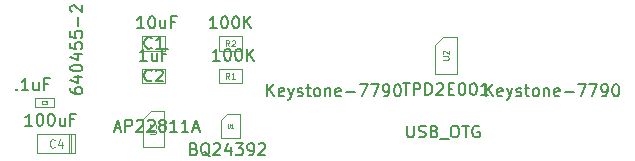
<source format=gbr>
G04 #@! TF.FileFunction,Other,Fab,Top*
%FSLAX46Y46*%
G04 Gerber Fmt 4.6, Leading zero omitted, Abs format (unit mm)*
G04 Created by KiCad (PCBNEW 4.0.6) date 04/12/18 14:55:29*
%MOMM*%
%LPD*%
G01*
G04 APERTURE LIST*
%ADD10C,0.100000*%
%ADD11C,0.150000*%
%ADD12C,0.075000*%
%ADD13C,0.105000*%
G04 APERTURE END LIST*
D10*
X124750000Y-104620000D02*
X124750000Y-103380000D01*
X126750000Y-104620000D02*
X124750000Y-104620000D01*
X126750000Y-103380000D02*
X126750000Y-104620000D01*
X124750000Y-103380000D02*
X126750000Y-103380000D01*
X126750000Y-106130000D02*
X126750000Y-107370000D01*
X124750000Y-106130000D02*
X126750000Y-106130000D01*
X124750000Y-107370000D02*
X124750000Y-106130000D01*
X126750000Y-107370000D02*
X124750000Y-107370000D01*
X115700000Y-108600000D02*
X117300000Y-108600000D01*
X117300000Y-108600000D02*
X117300000Y-109400000D01*
X117300000Y-109400000D02*
X115700000Y-109400000D01*
X115700000Y-109400000D02*
X115700000Y-108600000D01*
X119100000Y-113300000D02*
X119100000Y-111700000D01*
X119100000Y-111700000D02*
X115900000Y-111700000D01*
X115900000Y-111700000D02*
X115900000Y-113300000D01*
X115900000Y-113300000D02*
X119100000Y-113300000D01*
X118780000Y-113300000D02*
X118780000Y-111700000D01*
X118620000Y-113300000D02*
X118620000Y-111700000D01*
X133250000Y-106130000D02*
X133250000Y-107370000D01*
X131250000Y-106130000D02*
X133250000Y-106130000D01*
X131250000Y-107370000D02*
X131250000Y-106130000D01*
X133250000Y-107370000D02*
X131250000Y-107370000D01*
X133250000Y-103380000D02*
X133250000Y-104620000D01*
X131250000Y-103380000D02*
X133250000Y-103380000D01*
X131250000Y-104620000D02*
X131250000Y-103380000D01*
X133250000Y-104620000D02*
X131250000Y-104620000D01*
X131475000Y-110500000D02*
X132000000Y-110000000D01*
X131475000Y-110500000D02*
X131475000Y-112000000D01*
X133025000Y-110000000D02*
X133025000Y-112000000D01*
X133025000Y-112000000D02*
X131475000Y-112000000D01*
X132000000Y-110000000D02*
X133025000Y-110000000D01*
X149600000Y-104100000D02*
X150250000Y-103450000D01*
X151400000Y-103450000D02*
X150250000Y-103450000D01*
X149600000Y-104100000D02*
X149600000Y-106550000D01*
X151400000Y-106550000D02*
X149600000Y-106550000D01*
X151400000Y-103450000D02*
X151400000Y-106550000D01*
X124850000Y-110350000D02*
X125500000Y-109700000D01*
X126650000Y-109700000D02*
X125500000Y-109700000D01*
X124850000Y-110350000D02*
X124850000Y-112800000D01*
X126650000Y-112800000D02*
X124850000Y-112800000D01*
X126650000Y-109700000D02*
X126650000Y-112800000D01*
D11*
X147202381Y-110952381D02*
X147202381Y-111761905D01*
X147250000Y-111857143D01*
X147297619Y-111904762D01*
X147392857Y-111952381D01*
X147583334Y-111952381D01*
X147678572Y-111904762D01*
X147726191Y-111857143D01*
X147773810Y-111761905D01*
X147773810Y-110952381D01*
X148202381Y-111904762D02*
X148345238Y-111952381D01*
X148583334Y-111952381D01*
X148678572Y-111904762D01*
X148726191Y-111857143D01*
X148773810Y-111761905D01*
X148773810Y-111666667D01*
X148726191Y-111571429D01*
X148678572Y-111523810D01*
X148583334Y-111476190D01*
X148392857Y-111428571D01*
X148297619Y-111380952D01*
X148250000Y-111333333D01*
X148202381Y-111238095D01*
X148202381Y-111142857D01*
X148250000Y-111047619D01*
X148297619Y-111000000D01*
X148392857Y-110952381D01*
X148630953Y-110952381D01*
X148773810Y-111000000D01*
X149535715Y-111428571D02*
X149678572Y-111476190D01*
X149726191Y-111523810D01*
X149773810Y-111619048D01*
X149773810Y-111761905D01*
X149726191Y-111857143D01*
X149678572Y-111904762D01*
X149583334Y-111952381D01*
X149202381Y-111952381D01*
X149202381Y-110952381D01*
X149535715Y-110952381D01*
X149630953Y-111000000D01*
X149678572Y-111047619D01*
X149726191Y-111142857D01*
X149726191Y-111238095D01*
X149678572Y-111333333D01*
X149630953Y-111380952D01*
X149535715Y-111428571D01*
X149202381Y-111428571D01*
X149964286Y-112047619D02*
X150726191Y-112047619D01*
X151154762Y-110952381D02*
X151345239Y-110952381D01*
X151440477Y-111000000D01*
X151535715Y-111095238D01*
X151583334Y-111285714D01*
X151583334Y-111619048D01*
X151535715Y-111809524D01*
X151440477Y-111904762D01*
X151345239Y-111952381D01*
X151154762Y-111952381D01*
X151059524Y-111904762D01*
X150964286Y-111809524D01*
X150916667Y-111619048D01*
X150916667Y-111285714D01*
X150964286Y-111095238D01*
X151059524Y-111000000D01*
X151154762Y-110952381D01*
X151869048Y-110952381D02*
X152440477Y-110952381D01*
X152154762Y-111952381D02*
X152154762Y-110952381D01*
X153297620Y-111000000D02*
X153202382Y-110952381D01*
X153059525Y-110952381D01*
X152916667Y-111000000D01*
X152821429Y-111095238D01*
X152773810Y-111190476D01*
X152726191Y-111380952D01*
X152726191Y-111523810D01*
X152773810Y-111714286D01*
X152821429Y-111809524D01*
X152916667Y-111904762D01*
X153059525Y-111952381D01*
X153154763Y-111952381D01*
X153297620Y-111904762D01*
X153345239Y-111857143D01*
X153345239Y-111523810D01*
X153154763Y-111523810D01*
X124928572Y-102702381D02*
X124357143Y-102702381D01*
X124642857Y-102702381D02*
X124642857Y-101702381D01*
X124547619Y-101845238D01*
X124452381Y-101940476D01*
X124357143Y-101988095D01*
X125547619Y-101702381D02*
X125642858Y-101702381D01*
X125738096Y-101750000D01*
X125785715Y-101797619D01*
X125833334Y-101892857D01*
X125880953Y-102083333D01*
X125880953Y-102321429D01*
X125833334Y-102511905D01*
X125785715Y-102607143D01*
X125738096Y-102654762D01*
X125642858Y-102702381D01*
X125547619Y-102702381D01*
X125452381Y-102654762D01*
X125404762Y-102607143D01*
X125357143Y-102511905D01*
X125309524Y-102321429D01*
X125309524Y-102083333D01*
X125357143Y-101892857D01*
X125404762Y-101797619D01*
X125452381Y-101750000D01*
X125547619Y-101702381D01*
X126738096Y-102035714D02*
X126738096Y-102702381D01*
X126309524Y-102035714D02*
X126309524Y-102559524D01*
X126357143Y-102654762D01*
X126452381Y-102702381D01*
X126595239Y-102702381D01*
X126690477Y-102654762D01*
X126738096Y-102607143D01*
X127547620Y-102178571D02*
X127214286Y-102178571D01*
X127214286Y-102702381D02*
X127214286Y-101702381D01*
X127690477Y-101702381D01*
X125583334Y-104357143D02*
X125535715Y-104404762D01*
X125392858Y-104452381D01*
X125297620Y-104452381D01*
X125154762Y-104404762D01*
X125059524Y-104309524D01*
X125011905Y-104214286D01*
X124964286Y-104023810D01*
X124964286Y-103880952D01*
X125011905Y-103690476D01*
X125059524Y-103595238D01*
X125154762Y-103500000D01*
X125297620Y-103452381D01*
X125392858Y-103452381D01*
X125535715Y-103500000D01*
X125583334Y-103547619D01*
X126535715Y-104452381D02*
X125964286Y-104452381D01*
X126250000Y-104452381D02*
X126250000Y-103452381D01*
X126154762Y-103595238D01*
X126059524Y-103690476D01*
X125964286Y-103738095D01*
X125154762Y-105452381D02*
X124583333Y-105452381D01*
X124869047Y-105452381D02*
X124869047Y-104452381D01*
X124773809Y-104595238D01*
X124678571Y-104690476D01*
X124583333Y-104738095D01*
X126011905Y-104785714D02*
X126011905Y-105452381D01*
X125583333Y-104785714D02*
X125583333Y-105309524D01*
X125630952Y-105404762D01*
X125726190Y-105452381D01*
X125869048Y-105452381D01*
X125964286Y-105404762D01*
X126011905Y-105357143D01*
X126821429Y-104928571D02*
X126488095Y-104928571D01*
X126488095Y-105452381D02*
X126488095Y-104452381D01*
X126964286Y-104452381D01*
X125583334Y-107107143D02*
X125535715Y-107154762D01*
X125392858Y-107202381D01*
X125297620Y-107202381D01*
X125154762Y-107154762D01*
X125059524Y-107059524D01*
X125011905Y-106964286D01*
X124964286Y-106773810D01*
X124964286Y-106630952D01*
X125011905Y-106440476D01*
X125059524Y-106345238D01*
X125154762Y-106250000D01*
X125297620Y-106202381D01*
X125392858Y-106202381D01*
X125535715Y-106250000D01*
X125583334Y-106297619D01*
X125964286Y-106297619D02*
X126011905Y-106250000D01*
X126107143Y-106202381D01*
X126345239Y-106202381D01*
X126440477Y-106250000D01*
X126488096Y-106297619D01*
X126535715Y-106392857D01*
X126535715Y-106488095D01*
X126488096Y-106630952D01*
X125916667Y-107202381D01*
X126535715Y-107202381D01*
X114142857Y-107857143D02*
X114190476Y-107904762D01*
X114142857Y-107952381D01*
X114095238Y-107904762D01*
X114142857Y-107857143D01*
X114142857Y-107952381D01*
X115142857Y-107952381D02*
X114571428Y-107952381D01*
X114857142Y-107952381D02*
X114857142Y-106952381D01*
X114761904Y-107095238D01*
X114666666Y-107190476D01*
X114571428Y-107238095D01*
X116000000Y-107285714D02*
X116000000Y-107952381D01*
X115571428Y-107285714D02*
X115571428Y-107809524D01*
X115619047Y-107904762D01*
X115714285Y-107952381D01*
X115857143Y-107952381D01*
X115952381Y-107904762D01*
X116000000Y-107857143D01*
X116809524Y-107428571D02*
X116476190Y-107428571D01*
X116476190Y-107952381D02*
X116476190Y-106952381D01*
X116952381Y-106952381D01*
D12*
X116450000Y-109107143D02*
X116435714Y-109121429D01*
X116392857Y-109135714D01*
X116364286Y-109135714D01*
X116321429Y-109121429D01*
X116292857Y-109092857D01*
X116278572Y-109064286D01*
X116264286Y-109007143D01*
X116264286Y-108964286D01*
X116278572Y-108907143D01*
X116292857Y-108878571D01*
X116321429Y-108850000D01*
X116364286Y-108835714D01*
X116392857Y-108835714D01*
X116435714Y-108850000D01*
X116450000Y-108864286D01*
X116550000Y-108835714D02*
X116735714Y-108835714D01*
X116635714Y-108950000D01*
X116678572Y-108950000D01*
X116707143Y-108964286D01*
X116721429Y-108978571D01*
X116735714Y-109007143D01*
X116735714Y-109078571D01*
X116721429Y-109107143D01*
X116707143Y-109121429D01*
X116678572Y-109135714D01*
X116592857Y-109135714D01*
X116564286Y-109121429D01*
X116550000Y-109107143D01*
D11*
X115452381Y-110952381D02*
X114880952Y-110952381D01*
X115166666Y-110952381D02*
X115166666Y-109952381D01*
X115071428Y-110095238D01*
X114976190Y-110190476D01*
X114880952Y-110238095D01*
X116071428Y-109952381D02*
X116166667Y-109952381D01*
X116261905Y-110000000D01*
X116309524Y-110047619D01*
X116357143Y-110142857D01*
X116404762Y-110333333D01*
X116404762Y-110571429D01*
X116357143Y-110761905D01*
X116309524Y-110857143D01*
X116261905Y-110904762D01*
X116166667Y-110952381D01*
X116071428Y-110952381D01*
X115976190Y-110904762D01*
X115928571Y-110857143D01*
X115880952Y-110761905D01*
X115833333Y-110571429D01*
X115833333Y-110333333D01*
X115880952Y-110142857D01*
X115928571Y-110047619D01*
X115976190Y-110000000D01*
X116071428Y-109952381D01*
X117023809Y-109952381D02*
X117119048Y-109952381D01*
X117214286Y-110000000D01*
X117261905Y-110047619D01*
X117309524Y-110142857D01*
X117357143Y-110333333D01*
X117357143Y-110571429D01*
X117309524Y-110761905D01*
X117261905Y-110857143D01*
X117214286Y-110904762D01*
X117119048Y-110952381D01*
X117023809Y-110952381D01*
X116928571Y-110904762D01*
X116880952Y-110857143D01*
X116833333Y-110761905D01*
X116785714Y-110571429D01*
X116785714Y-110333333D01*
X116833333Y-110142857D01*
X116880952Y-110047619D01*
X116928571Y-110000000D01*
X117023809Y-109952381D01*
X118214286Y-110285714D02*
X118214286Y-110952381D01*
X117785714Y-110285714D02*
X117785714Y-110809524D01*
X117833333Y-110904762D01*
X117928571Y-110952381D01*
X118071429Y-110952381D01*
X118166667Y-110904762D01*
X118214286Y-110857143D01*
X119023810Y-110428571D02*
X118690476Y-110428571D01*
X118690476Y-110952381D02*
X118690476Y-109952381D01*
X119166667Y-109952381D01*
D13*
X117383334Y-112750000D02*
X117350000Y-112783333D01*
X117250000Y-112816667D01*
X117183334Y-112816667D01*
X117083334Y-112783333D01*
X117016667Y-112716667D01*
X116983334Y-112650000D01*
X116950000Y-112516667D01*
X116950000Y-112416667D01*
X116983334Y-112283333D01*
X117016667Y-112216667D01*
X117083334Y-112150000D01*
X117183334Y-112116667D01*
X117250000Y-112116667D01*
X117350000Y-112150000D01*
X117383334Y-112183333D01*
X117983334Y-112350000D02*
X117983334Y-112816667D01*
X117816667Y-112083333D02*
X117650000Y-112583333D01*
X118083334Y-112583333D01*
D11*
X118702381Y-107785714D02*
X118702381Y-107976191D01*
X118750000Y-108071429D01*
X118797619Y-108119048D01*
X118940476Y-108214286D01*
X119130952Y-108261905D01*
X119511905Y-108261905D01*
X119607143Y-108214286D01*
X119654762Y-108166667D01*
X119702381Y-108071429D01*
X119702381Y-107880952D01*
X119654762Y-107785714D01*
X119607143Y-107738095D01*
X119511905Y-107690476D01*
X119273810Y-107690476D01*
X119178571Y-107738095D01*
X119130952Y-107785714D01*
X119083333Y-107880952D01*
X119083333Y-108071429D01*
X119130952Y-108166667D01*
X119178571Y-108214286D01*
X119273810Y-108261905D01*
X119035714Y-106833333D02*
X119702381Y-106833333D01*
X118654762Y-107071429D02*
X119369048Y-107309524D01*
X119369048Y-106690476D01*
X118702381Y-106119048D02*
X118702381Y-106023809D01*
X118750000Y-105928571D01*
X118797619Y-105880952D01*
X118892857Y-105833333D01*
X119083333Y-105785714D01*
X119321429Y-105785714D01*
X119511905Y-105833333D01*
X119607143Y-105880952D01*
X119654762Y-105928571D01*
X119702381Y-106023809D01*
X119702381Y-106119048D01*
X119654762Y-106214286D01*
X119607143Y-106261905D01*
X119511905Y-106309524D01*
X119321429Y-106357143D01*
X119083333Y-106357143D01*
X118892857Y-106309524D01*
X118797619Y-106261905D01*
X118750000Y-106214286D01*
X118702381Y-106119048D01*
X119035714Y-104928571D02*
X119702381Y-104928571D01*
X118654762Y-105166667D02*
X119369048Y-105404762D01*
X119369048Y-104785714D01*
X118702381Y-103928571D02*
X118702381Y-104404762D01*
X119178571Y-104452381D01*
X119130952Y-104404762D01*
X119083333Y-104309524D01*
X119083333Y-104071428D01*
X119130952Y-103976190D01*
X119178571Y-103928571D01*
X119273810Y-103880952D01*
X119511905Y-103880952D01*
X119607143Y-103928571D01*
X119654762Y-103976190D01*
X119702381Y-104071428D01*
X119702381Y-104309524D01*
X119654762Y-104404762D01*
X119607143Y-104452381D01*
X118702381Y-102976190D02*
X118702381Y-103452381D01*
X119178571Y-103500000D01*
X119130952Y-103452381D01*
X119083333Y-103357143D01*
X119083333Y-103119047D01*
X119130952Y-103023809D01*
X119178571Y-102976190D01*
X119273810Y-102928571D01*
X119511905Y-102928571D01*
X119607143Y-102976190D01*
X119654762Y-103023809D01*
X119702381Y-103119047D01*
X119702381Y-103357143D01*
X119654762Y-103452381D01*
X119607143Y-103500000D01*
X119321429Y-102500000D02*
X119321429Y-101738095D01*
X118797619Y-101309524D02*
X118750000Y-101261905D01*
X118702381Y-101166667D01*
X118702381Y-100928571D01*
X118750000Y-100833333D01*
X118797619Y-100785714D01*
X118892857Y-100738095D01*
X118988095Y-100738095D01*
X119130952Y-100785714D01*
X119702381Y-101357143D01*
X119702381Y-100738095D01*
X131333334Y-105452381D02*
X130761905Y-105452381D01*
X131047619Y-105452381D02*
X131047619Y-104452381D01*
X130952381Y-104595238D01*
X130857143Y-104690476D01*
X130761905Y-104738095D01*
X131952381Y-104452381D02*
X132047620Y-104452381D01*
X132142858Y-104500000D01*
X132190477Y-104547619D01*
X132238096Y-104642857D01*
X132285715Y-104833333D01*
X132285715Y-105071429D01*
X132238096Y-105261905D01*
X132190477Y-105357143D01*
X132142858Y-105404762D01*
X132047620Y-105452381D01*
X131952381Y-105452381D01*
X131857143Y-105404762D01*
X131809524Y-105357143D01*
X131761905Y-105261905D01*
X131714286Y-105071429D01*
X131714286Y-104833333D01*
X131761905Y-104642857D01*
X131809524Y-104547619D01*
X131857143Y-104500000D01*
X131952381Y-104452381D01*
X132904762Y-104452381D02*
X133000001Y-104452381D01*
X133095239Y-104500000D01*
X133142858Y-104547619D01*
X133190477Y-104642857D01*
X133238096Y-104833333D01*
X133238096Y-105071429D01*
X133190477Y-105261905D01*
X133142858Y-105357143D01*
X133095239Y-105404762D01*
X133000001Y-105452381D01*
X132904762Y-105452381D01*
X132809524Y-105404762D01*
X132761905Y-105357143D01*
X132714286Y-105261905D01*
X132666667Y-105071429D01*
X132666667Y-104833333D01*
X132714286Y-104642857D01*
X132761905Y-104547619D01*
X132809524Y-104500000D01*
X132904762Y-104452381D01*
X133666667Y-105452381D02*
X133666667Y-104452381D01*
X134238096Y-105452381D02*
X133809524Y-104880952D01*
X134238096Y-104452381D02*
X133666667Y-105023810D01*
D12*
X132166667Y-106976190D02*
X132000000Y-106738095D01*
X131880953Y-106976190D02*
X131880953Y-106476190D01*
X132071429Y-106476190D01*
X132119048Y-106500000D01*
X132142857Y-106523810D01*
X132166667Y-106571429D01*
X132166667Y-106642857D01*
X132142857Y-106690476D01*
X132119048Y-106714286D01*
X132071429Y-106738095D01*
X131880953Y-106738095D01*
X132642857Y-106976190D02*
X132357143Y-106976190D01*
X132500000Y-106976190D02*
X132500000Y-106476190D01*
X132452381Y-106547619D01*
X132404762Y-106595238D01*
X132357143Y-106619048D01*
D11*
X131083334Y-102702381D02*
X130511905Y-102702381D01*
X130797619Y-102702381D02*
X130797619Y-101702381D01*
X130702381Y-101845238D01*
X130607143Y-101940476D01*
X130511905Y-101988095D01*
X131702381Y-101702381D02*
X131797620Y-101702381D01*
X131892858Y-101750000D01*
X131940477Y-101797619D01*
X131988096Y-101892857D01*
X132035715Y-102083333D01*
X132035715Y-102321429D01*
X131988096Y-102511905D01*
X131940477Y-102607143D01*
X131892858Y-102654762D01*
X131797620Y-102702381D01*
X131702381Y-102702381D01*
X131607143Y-102654762D01*
X131559524Y-102607143D01*
X131511905Y-102511905D01*
X131464286Y-102321429D01*
X131464286Y-102083333D01*
X131511905Y-101892857D01*
X131559524Y-101797619D01*
X131607143Y-101750000D01*
X131702381Y-101702381D01*
X132654762Y-101702381D02*
X132750001Y-101702381D01*
X132845239Y-101750000D01*
X132892858Y-101797619D01*
X132940477Y-101892857D01*
X132988096Y-102083333D01*
X132988096Y-102321429D01*
X132940477Y-102511905D01*
X132892858Y-102607143D01*
X132845239Y-102654762D01*
X132750001Y-102702381D01*
X132654762Y-102702381D01*
X132559524Y-102654762D01*
X132511905Y-102607143D01*
X132464286Y-102511905D01*
X132416667Y-102321429D01*
X132416667Y-102083333D01*
X132464286Y-101892857D01*
X132511905Y-101797619D01*
X132559524Y-101750000D01*
X132654762Y-101702381D01*
X133416667Y-102702381D02*
X133416667Y-101702381D01*
X133988096Y-102702381D02*
X133559524Y-102130952D01*
X133988096Y-101702381D02*
X133416667Y-102273810D01*
D12*
X132166667Y-104226190D02*
X132000000Y-103988095D01*
X131880953Y-104226190D02*
X131880953Y-103726190D01*
X132071429Y-103726190D01*
X132119048Y-103750000D01*
X132142857Y-103773810D01*
X132166667Y-103821429D01*
X132166667Y-103892857D01*
X132142857Y-103940476D01*
X132119048Y-103964286D01*
X132071429Y-103988095D01*
X131880953Y-103988095D01*
X132357143Y-103773810D02*
X132380953Y-103750000D01*
X132428572Y-103726190D01*
X132547619Y-103726190D01*
X132595238Y-103750000D01*
X132619048Y-103773810D01*
X132642857Y-103821429D01*
X132642857Y-103869048D01*
X132619048Y-103940476D01*
X132333334Y-104226190D01*
X132642857Y-104226190D01*
D11*
X129166667Y-112928571D02*
X129309524Y-112976190D01*
X129357143Y-113023810D01*
X129404762Y-113119048D01*
X129404762Y-113261905D01*
X129357143Y-113357143D01*
X129309524Y-113404762D01*
X129214286Y-113452381D01*
X128833333Y-113452381D01*
X128833333Y-112452381D01*
X129166667Y-112452381D01*
X129261905Y-112500000D01*
X129309524Y-112547619D01*
X129357143Y-112642857D01*
X129357143Y-112738095D01*
X129309524Y-112833333D01*
X129261905Y-112880952D01*
X129166667Y-112928571D01*
X128833333Y-112928571D01*
X130500000Y-113547619D02*
X130404762Y-113500000D01*
X130309524Y-113404762D01*
X130166667Y-113261905D01*
X130071428Y-113214286D01*
X129976190Y-113214286D01*
X130023809Y-113452381D02*
X129928571Y-113404762D01*
X129833333Y-113309524D01*
X129785714Y-113119048D01*
X129785714Y-112785714D01*
X129833333Y-112595238D01*
X129928571Y-112500000D01*
X130023809Y-112452381D01*
X130214286Y-112452381D01*
X130309524Y-112500000D01*
X130404762Y-112595238D01*
X130452381Y-112785714D01*
X130452381Y-113119048D01*
X130404762Y-113309524D01*
X130309524Y-113404762D01*
X130214286Y-113452381D01*
X130023809Y-113452381D01*
X130833333Y-112547619D02*
X130880952Y-112500000D01*
X130976190Y-112452381D01*
X131214286Y-112452381D01*
X131309524Y-112500000D01*
X131357143Y-112547619D01*
X131404762Y-112642857D01*
X131404762Y-112738095D01*
X131357143Y-112880952D01*
X130785714Y-113452381D01*
X131404762Y-113452381D01*
X132261905Y-112785714D02*
X132261905Y-113452381D01*
X132023809Y-112404762D02*
X131785714Y-113119048D01*
X132404762Y-113119048D01*
X132690476Y-112452381D02*
X133309524Y-112452381D01*
X132976190Y-112833333D01*
X133119048Y-112833333D01*
X133214286Y-112880952D01*
X133261905Y-112928571D01*
X133309524Y-113023810D01*
X133309524Y-113261905D01*
X133261905Y-113357143D01*
X133214286Y-113404762D01*
X133119048Y-113452381D01*
X132833333Y-113452381D01*
X132738095Y-113404762D01*
X132690476Y-113357143D01*
X133785714Y-113452381D02*
X133976190Y-113452381D01*
X134071429Y-113404762D01*
X134119048Y-113357143D01*
X134214286Y-113214286D01*
X134261905Y-113023810D01*
X134261905Y-112642857D01*
X134214286Y-112547619D01*
X134166667Y-112500000D01*
X134071429Y-112452381D01*
X133880952Y-112452381D01*
X133785714Y-112500000D01*
X133738095Y-112547619D01*
X133690476Y-112642857D01*
X133690476Y-112880952D01*
X133738095Y-112976190D01*
X133785714Y-113023810D01*
X133880952Y-113071429D01*
X134071429Y-113071429D01*
X134166667Y-113023810D01*
X134214286Y-112976190D01*
X134261905Y-112880952D01*
X134642857Y-112547619D02*
X134690476Y-112500000D01*
X134785714Y-112452381D01*
X135023810Y-112452381D01*
X135119048Y-112500000D01*
X135166667Y-112547619D01*
X135214286Y-112642857D01*
X135214286Y-112738095D01*
X135166667Y-112880952D01*
X134595238Y-113452381D01*
X135214286Y-113452381D01*
D12*
X132021429Y-110835714D02*
X132021429Y-111078571D01*
X132035714Y-111107143D01*
X132050000Y-111121429D01*
X132078571Y-111135714D01*
X132135714Y-111135714D01*
X132164286Y-111121429D01*
X132178571Y-111107143D01*
X132192857Y-111078571D01*
X132192857Y-110835714D01*
X132492857Y-111135714D02*
X132321429Y-111135714D01*
X132407143Y-111135714D02*
X132407143Y-110835714D01*
X132378572Y-110878571D01*
X132350000Y-110907143D01*
X132321429Y-110921429D01*
D11*
X146857143Y-107352381D02*
X147428572Y-107352381D01*
X147142857Y-108352381D02*
X147142857Y-107352381D01*
X147761905Y-108352381D02*
X147761905Y-107352381D01*
X148142858Y-107352381D01*
X148238096Y-107400000D01*
X148285715Y-107447619D01*
X148333334Y-107542857D01*
X148333334Y-107685714D01*
X148285715Y-107780952D01*
X148238096Y-107828571D01*
X148142858Y-107876190D01*
X147761905Y-107876190D01*
X148761905Y-108352381D02*
X148761905Y-107352381D01*
X149000000Y-107352381D01*
X149142858Y-107400000D01*
X149238096Y-107495238D01*
X149285715Y-107590476D01*
X149333334Y-107780952D01*
X149333334Y-107923810D01*
X149285715Y-108114286D01*
X149238096Y-108209524D01*
X149142858Y-108304762D01*
X149000000Y-108352381D01*
X148761905Y-108352381D01*
X149714286Y-107447619D02*
X149761905Y-107400000D01*
X149857143Y-107352381D01*
X150095239Y-107352381D01*
X150190477Y-107400000D01*
X150238096Y-107447619D01*
X150285715Y-107542857D01*
X150285715Y-107638095D01*
X150238096Y-107780952D01*
X149666667Y-108352381D01*
X150285715Y-108352381D01*
X150714286Y-107828571D02*
X151047620Y-107828571D01*
X151190477Y-108352381D02*
X150714286Y-108352381D01*
X150714286Y-107352381D01*
X151190477Y-107352381D01*
X151809524Y-107352381D02*
X151904763Y-107352381D01*
X152000001Y-107400000D01*
X152047620Y-107447619D01*
X152095239Y-107542857D01*
X152142858Y-107733333D01*
X152142858Y-107971429D01*
X152095239Y-108161905D01*
X152047620Y-108257143D01*
X152000001Y-108304762D01*
X151904763Y-108352381D01*
X151809524Y-108352381D01*
X151714286Y-108304762D01*
X151666667Y-108257143D01*
X151619048Y-108161905D01*
X151571429Y-107971429D01*
X151571429Y-107733333D01*
X151619048Y-107542857D01*
X151666667Y-107447619D01*
X151714286Y-107400000D01*
X151809524Y-107352381D01*
X152761905Y-107352381D02*
X152857144Y-107352381D01*
X152952382Y-107400000D01*
X153000001Y-107447619D01*
X153047620Y-107542857D01*
X153095239Y-107733333D01*
X153095239Y-107971429D01*
X153047620Y-108161905D01*
X153000001Y-108257143D01*
X152952382Y-108304762D01*
X152857144Y-108352381D01*
X152761905Y-108352381D01*
X152666667Y-108304762D01*
X152619048Y-108257143D01*
X152571429Y-108161905D01*
X152523810Y-107971429D01*
X152523810Y-107733333D01*
X152571429Y-107542857D01*
X152619048Y-107447619D01*
X152666667Y-107400000D01*
X152761905Y-107352381D01*
X154047620Y-108352381D02*
X153476191Y-108352381D01*
X153761905Y-108352381D02*
X153761905Y-107352381D01*
X153666667Y-107495238D01*
X153571429Y-107590476D01*
X153476191Y-107638095D01*
D12*
X150226190Y-105380952D02*
X150630952Y-105380952D01*
X150678571Y-105357143D01*
X150702381Y-105333333D01*
X150726190Y-105285714D01*
X150726190Y-105190476D01*
X150702381Y-105142857D01*
X150678571Y-105119048D01*
X150630952Y-105095238D01*
X150226190Y-105095238D01*
X150273810Y-104880952D02*
X150250000Y-104857142D01*
X150226190Y-104809523D01*
X150226190Y-104690476D01*
X150250000Y-104642857D01*
X150273810Y-104619047D01*
X150321429Y-104595238D01*
X150369048Y-104595238D01*
X150440476Y-104619047D01*
X150726190Y-104904761D01*
X150726190Y-104595238D01*
D11*
X122452381Y-111166667D02*
X122928572Y-111166667D01*
X122357143Y-111452381D02*
X122690476Y-110452381D01*
X123023810Y-111452381D01*
X123357143Y-111452381D02*
X123357143Y-110452381D01*
X123738096Y-110452381D01*
X123833334Y-110500000D01*
X123880953Y-110547619D01*
X123928572Y-110642857D01*
X123928572Y-110785714D01*
X123880953Y-110880952D01*
X123833334Y-110928571D01*
X123738096Y-110976190D01*
X123357143Y-110976190D01*
X124309524Y-110547619D02*
X124357143Y-110500000D01*
X124452381Y-110452381D01*
X124690477Y-110452381D01*
X124785715Y-110500000D01*
X124833334Y-110547619D01*
X124880953Y-110642857D01*
X124880953Y-110738095D01*
X124833334Y-110880952D01*
X124261905Y-111452381D01*
X124880953Y-111452381D01*
X125261905Y-110547619D02*
X125309524Y-110500000D01*
X125404762Y-110452381D01*
X125642858Y-110452381D01*
X125738096Y-110500000D01*
X125785715Y-110547619D01*
X125833334Y-110642857D01*
X125833334Y-110738095D01*
X125785715Y-110880952D01*
X125214286Y-111452381D01*
X125833334Y-111452381D01*
X126404762Y-110880952D02*
X126309524Y-110833333D01*
X126261905Y-110785714D01*
X126214286Y-110690476D01*
X126214286Y-110642857D01*
X126261905Y-110547619D01*
X126309524Y-110500000D01*
X126404762Y-110452381D01*
X126595239Y-110452381D01*
X126690477Y-110500000D01*
X126738096Y-110547619D01*
X126785715Y-110642857D01*
X126785715Y-110690476D01*
X126738096Y-110785714D01*
X126690477Y-110833333D01*
X126595239Y-110880952D01*
X126404762Y-110880952D01*
X126309524Y-110928571D01*
X126261905Y-110976190D01*
X126214286Y-111071429D01*
X126214286Y-111261905D01*
X126261905Y-111357143D01*
X126309524Y-111404762D01*
X126404762Y-111452381D01*
X126595239Y-111452381D01*
X126690477Y-111404762D01*
X126738096Y-111357143D01*
X126785715Y-111261905D01*
X126785715Y-111071429D01*
X126738096Y-110976190D01*
X126690477Y-110928571D01*
X126595239Y-110880952D01*
X127738096Y-111452381D02*
X127166667Y-111452381D01*
X127452381Y-111452381D02*
X127452381Y-110452381D01*
X127357143Y-110595238D01*
X127261905Y-110690476D01*
X127166667Y-110738095D01*
X128690477Y-111452381D02*
X128119048Y-111452381D01*
X128404762Y-111452381D02*
X128404762Y-110452381D01*
X128309524Y-110595238D01*
X128214286Y-110690476D01*
X128119048Y-110738095D01*
X129071429Y-111166667D02*
X129547620Y-111166667D01*
X128976191Y-111452381D02*
X129309524Y-110452381D01*
X129642858Y-111452381D01*
D12*
X125476190Y-111630952D02*
X125880952Y-111630952D01*
X125928571Y-111607143D01*
X125952381Y-111583333D01*
X125976190Y-111535714D01*
X125976190Y-111440476D01*
X125952381Y-111392857D01*
X125928571Y-111369048D01*
X125880952Y-111345238D01*
X125476190Y-111345238D01*
X125476190Y-111154761D02*
X125476190Y-110845238D01*
X125666667Y-111011904D01*
X125666667Y-110940476D01*
X125690476Y-110892857D01*
X125714286Y-110869047D01*
X125761905Y-110845238D01*
X125880952Y-110845238D01*
X125928571Y-110869047D01*
X125952381Y-110892857D01*
X125976190Y-110940476D01*
X125976190Y-111083333D01*
X125952381Y-111130952D01*
X125928571Y-111154761D01*
D11*
X153880952Y-108452381D02*
X153880952Y-107452381D01*
X154452381Y-108452381D02*
X154023809Y-107880952D01*
X154452381Y-107452381D02*
X153880952Y-108023810D01*
X155261905Y-108404762D02*
X155166667Y-108452381D01*
X154976190Y-108452381D01*
X154880952Y-108404762D01*
X154833333Y-108309524D01*
X154833333Y-107928571D01*
X154880952Y-107833333D01*
X154976190Y-107785714D01*
X155166667Y-107785714D01*
X155261905Y-107833333D01*
X155309524Y-107928571D01*
X155309524Y-108023810D01*
X154833333Y-108119048D01*
X155642857Y-107785714D02*
X155880952Y-108452381D01*
X156119048Y-107785714D02*
X155880952Y-108452381D01*
X155785714Y-108690476D01*
X155738095Y-108738095D01*
X155642857Y-108785714D01*
X156452381Y-108404762D02*
X156547619Y-108452381D01*
X156738095Y-108452381D01*
X156833334Y-108404762D01*
X156880953Y-108309524D01*
X156880953Y-108261905D01*
X156833334Y-108166667D01*
X156738095Y-108119048D01*
X156595238Y-108119048D01*
X156500000Y-108071429D01*
X156452381Y-107976190D01*
X156452381Y-107928571D01*
X156500000Y-107833333D01*
X156595238Y-107785714D01*
X156738095Y-107785714D01*
X156833334Y-107833333D01*
X157166667Y-107785714D02*
X157547619Y-107785714D01*
X157309524Y-107452381D02*
X157309524Y-108309524D01*
X157357143Y-108404762D01*
X157452381Y-108452381D01*
X157547619Y-108452381D01*
X158023810Y-108452381D02*
X157928572Y-108404762D01*
X157880953Y-108357143D01*
X157833334Y-108261905D01*
X157833334Y-107976190D01*
X157880953Y-107880952D01*
X157928572Y-107833333D01*
X158023810Y-107785714D01*
X158166668Y-107785714D01*
X158261906Y-107833333D01*
X158309525Y-107880952D01*
X158357144Y-107976190D01*
X158357144Y-108261905D01*
X158309525Y-108357143D01*
X158261906Y-108404762D01*
X158166668Y-108452381D01*
X158023810Y-108452381D01*
X158785715Y-107785714D02*
X158785715Y-108452381D01*
X158785715Y-107880952D02*
X158833334Y-107833333D01*
X158928572Y-107785714D01*
X159071430Y-107785714D01*
X159166668Y-107833333D01*
X159214287Y-107928571D01*
X159214287Y-108452381D01*
X160071430Y-108404762D02*
X159976192Y-108452381D01*
X159785715Y-108452381D01*
X159690477Y-108404762D01*
X159642858Y-108309524D01*
X159642858Y-107928571D01*
X159690477Y-107833333D01*
X159785715Y-107785714D01*
X159976192Y-107785714D01*
X160071430Y-107833333D01*
X160119049Y-107928571D01*
X160119049Y-108023810D01*
X159642858Y-108119048D01*
X160547620Y-108071429D02*
X161309525Y-108071429D01*
X161690477Y-107452381D02*
X162357144Y-107452381D01*
X161928572Y-108452381D01*
X162642858Y-107452381D02*
X163309525Y-107452381D01*
X162880953Y-108452381D01*
X163738096Y-108452381D02*
X163928572Y-108452381D01*
X164023811Y-108404762D01*
X164071430Y-108357143D01*
X164166668Y-108214286D01*
X164214287Y-108023810D01*
X164214287Y-107642857D01*
X164166668Y-107547619D01*
X164119049Y-107500000D01*
X164023811Y-107452381D01*
X163833334Y-107452381D01*
X163738096Y-107500000D01*
X163690477Y-107547619D01*
X163642858Y-107642857D01*
X163642858Y-107880952D01*
X163690477Y-107976190D01*
X163738096Y-108023810D01*
X163833334Y-108071429D01*
X164023811Y-108071429D01*
X164119049Y-108023810D01*
X164166668Y-107976190D01*
X164214287Y-107880952D01*
X164833334Y-107452381D02*
X164928573Y-107452381D01*
X165023811Y-107500000D01*
X165071430Y-107547619D01*
X165119049Y-107642857D01*
X165166668Y-107833333D01*
X165166668Y-108071429D01*
X165119049Y-108261905D01*
X165071430Y-108357143D01*
X165023811Y-108404762D01*
X164928573Y-108452381D01*
X164833334Y-108452381D01*
X164738096Y-108404762D01*
X164690477Y-108357143D01*
X164642858Y-108261905D01*
X164595239Y-108071429D01*
X164595239Y-107833333D01*
X164642858Y-107642857D01*
X164690477Y-107547619D01*
X164738096Y-107500000D01*
X164833334Y-107452381D01*
X135380952Y-108452381D02*
X135380952Y-107452381D01*
X135952381Y-108452381D02*
X135523809Y-107880952D01*
X135952381Y-107452381D02*
X135380952Y-108023810D01*
X136761905Y-108404762D02*
X136666667Y-108452381D01*
X136476190Y-108452381D01*
X136380952Y-108404762D01*
X136333333Y-108309524D01*
X136333333Y-107928571D01*
X136380952Y-107833333D01*
X136476190Y-107785714D01*
X136666667Y-107785714D01*
X136761905Y-107833333D01*
X136809524Y-107928571D01*
X136809524Y-108023810D01*
X136333333Y-108119048D01*
X137142857Y-107785714D02*
X137380952Y-108452381D01*
X137619048Y-107785714D02*
X137380952Y-108452381D01*
X137285714Y-108690476D01*
X137238095Y-108738095D01*
X137142857Y-108785714D01*
X137952381Y-108404762D02*
X138047619Y-108452381D01*
X138238095Y-108452381D01*
X138333334Y-108404762D01*
X138380953Y-108309524D01*
X138380953Y-108261905D01*
X138333334Y-108166667D01*
X138238095Y-108119048D01*
X138095238Y-108119048D01*
X138000000Y-108071429D01*
X137952381Y-107976190D01*
X137952381Y-107928571D01*
X138000000Y-107833333D01*
X138095238Y-107785714D01*
X138238095Y-107785714D01*
X138333334Y-107833333D01*
X138666667Y-107785714D02*
X139047619Y-107785714D01*
X138809524Y-107452381D02*
X138809524Y-108309524D01*
X138857143Y-108404762D01*
X138952381Y-108452381D01*
X139047619Y-108452381D01*
X139523810Y-108452381D02*
X139428572Y-108404762D01*
X139380953Y-108357143D01*
X139333334Y-108261905D01*
X139333334Y-107976190D01*
X139380953Y-107880952D01*
X139428572Y-107833333D01*
X139523810Y-107785714D01*
X139666668Y-107785714D01*
X139761906Y-107833333D01*
X139809525Y-107880952D01*
X139857144Y-107976190D01*
X139857144Y-108261905D01*
X139809525Y-108357143D01*
X139761906Y-108404762D01*
X139666668Y-108452381D01*
X139523810Y-108452381D01*
X140285715Y-107785714D02*
X140285715Y-108452381D01*
X140285715Y-107880952D02*
X140333334Y-107833333D01*
X140428572Y-107785714D01*
X140571430Y-107785714D01*
X140666668Y-107833333D01*
X140714287Y-107928571D01*
X140714287Y-108452381D01*
X141571430Y-108404762D02*
X141476192Y-108452381D01*
X141285715Y-108452381D01*
X141190477Y-108404762D01*
X141142858Y-108309524D01*
X141142858Y-107928571D01*
X141190477Y-107833333D01*
X141285715Y-107785714D01*
X141476192Y-107785714D01*
X141571430Y-107833333D01*
X141619049Y-107928571D01*
X141619049Y-108023810D01*
X141142858Y-108119048D01*
X142047620Y-108071429D02*
X142809525Y-108071429D01*
X143190477Y-107452381D02*
X143857144Y-107452381D01*
X143428572Y-108452381D01*
X144142858Y-107452381D02*
X144809525Y-107452381D01*
X144380953Y-108452381D01*
X145238096Y-108452381D02*
X145428572Y-108452381D01*
X145523811Y-108404762D01*
X145571430Y-108357143D01*
X145666668Y-108214286D01*
X145714287Y-108023810D01*
X145714287Y-107642857D01*
X145666668Y-107547619D01*
X145619049Y-107500000D01*
X145523811Y-107452381D01*
X145333334Y-107452381D01*
X145238096Y-107500000D01*
X145190477Y-107547619D01*
X145142858Y-107642857D01*
X145142858Y-107880952D01*
X145190477Y-107976190D01*
X145238096Y-108023810D01*
X145333334Y-108071429D01*
X145523811Y-108071429D01*
X145619049Y-108023810D01*
X145666668Y-107976190D01*
X145714287Y-107880952D01*
X146333334Y-107452381D02*
X146428573Y-107452381D01*
X146523811Y-107500000D01*
X146571430Y-107547619D01*
X146619049Y-107642857D01*
X146666668Y-107833333D01*
X146666668Y-108071429D01*
X146619049Y-108261905D01*
X146571430Y-108357143D01*
X146523811Y-108404762D01*
X146428573Y-108452381D01*
X146333334Y-108452381D01*
X146238096Y-108404762D01*
X146190477Y-108357143D01*
X146142858Y-108261905D01*
X146095239Y-108071429D01*
X146095239Y-107833333D01*
X146142858Y-107642857D01*
X146190477Y-107547619D01*
X146238096Y-107500000D01*
X146333334Y-107452381D01*
M02*

</source>
